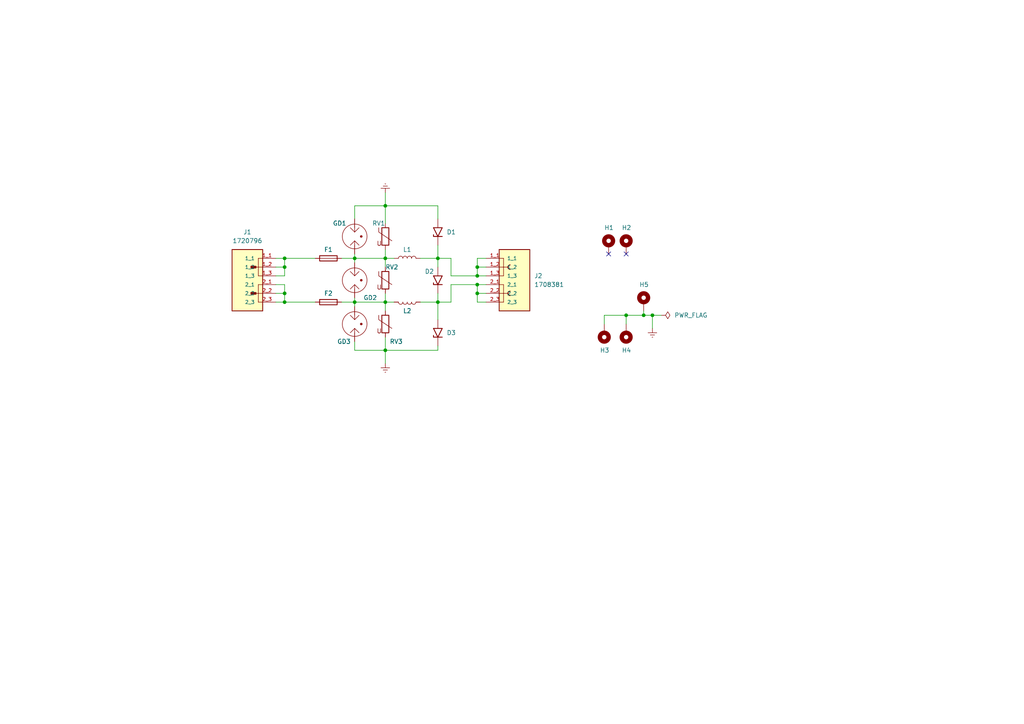
<source format=kicad_sch>
(kicad_sch (version 20211123) (generator eeschema)
  (paper "A4")
  (lib_symbols
    (symbol "1708381:1708381" (pin_names (offset 1.016))
      (property "Reference" "J" (at -5.08 8.382 0))
      (property "Value" "1708381" (at -5.08 -12.7 0))
      (symbol "1708381_0_0"
        (rectangle (start -5.08 -10.16) (end 3.81 7.62) (stroke (width 0.254)) (fill (type background)))
        (polyline (pts (xy 2.54 -5.08) (xy 1.27 -5.08)) (stroke (width 0.1524)))
        (polyline (pts (xy 2.54 -5.08) (xy 2.54 -7.62)) (stroke (width 0.1524)))
        (polyline (pts (xy 2.54 -2.54) (xy 2.54 -5.08)) (stroke (width 0.1524)))
        (polyline (pts (xy 2.54 2.54) (xy 1.27 2.54)) (stroke (width 0.1524)))
        (polyline (pts (xy 2.54 2.54) (xy 2.54 0)) (stroke (width 0.1524)))
        (polyline (pts (xy 2.54 5.08) (xy 2.54 2.54)) (stroke (width 0.1524)))
        (arc (start 0.635 -5.715) (mid 1.084 -5.529) (end 1.27 -5.08) (stroke (width 0.254)))
        (arc (start 0.635 1.905) (mid 1.084 2.091) (end 1.27 2.54) (stroke (width 0.254)))
        (arc (start 1.27 -5.08) (mid 1.084 -4.631) (end 0.635 -4.445) (stroke (width 0.254)))
        (arc (start 1.27 2.54) (mid 1.084 2.989) (end 0.635 3.175) (stroke (width 0.254)))
        (pin passive line (at 7.62 5.08 180) (length 5.08) (name "1_1") (number "1_1"))
        (pin passive line (at 7.62 2.54 180) (length 5.08) (name "1_2") (number "1_2"))
        (pin passive line (at 7.62 0 180) (length 5.08) (name "1_3") (number "1_3"))
        (pin passive line (at 7.62 -2.54 180) (length 5.08) (name "2_1") (number "2_1"))
        (pin passive line (at 7.62 -5.08 180) (length 5.08) (name "2_2") (number "2_2"))
        (pin passive line (at 7.62 -7.62 180) (length 5.08) (name "2_3") (number "2_3"))
      )
    )
    (symbol "1720796:1720796" (pin_names (offset 1.016))
      (property "Reference" "J" (at -2.54 8.382 0))
      (property "Value" "1720796" (at -2.54 -12.7 0))
      (symbol "1720796_0_0"
        (rectangle (start -3.81 -10.16) (end 5.08 7.62) (stroke (width 0.254)) (fill (type background)))
        (rectangle (start -1.905 -5.3975) (end -0.3175 -4.7625) (stroke (width 0.1)) (fill (type outline)))
        (rectangle (start -1.905 2.2225) (end -0.3175 2.8575) (stroke (width 0.1)) (fill (type outline)))
        (polyline (pts (xy -2.54 -5.08) (xy -2.54 -7.62)) (stroke (width 0.1524)))
        (polyline (pts (xy -2.54 -5.08) (xy -1.27 -5.08)) (stroke (width 0.1524)))
        (polyline (pts (xy -2.54 -2.54) (xy -2.54 -5.08)) (stroke (width 0.1524)))
        (polyline (pts (xy -2.54 2.54) (xy -2.54 0)) (stroke (width 0.1524)))
        (polyline (pts (xy -2.54 2.54) (xy -1.27 2.54)) (stroke (width 0.1524)))
        (polyline (pts (xy -2.54 5.08) (xy -2.54 2.54)) (stroke (width 0.1524)))
        (pin passive line (at -7.62 5.08 0) (length 5.08) (name "1_1") (number "1_1"))
        (pin passive line (at -7.62 2.54 0) (length 5.08) (name "1_2") (number "1_2"))
        (pin passive line (at -7.62 0 0) (length 5.08) (name "1_3") (number "1_3"))
        (pin passive line (at -7.62 -2.54 0) (length 5.08) (name "2_1") (number "2_1"))
        (pin passive line (at -7.62 -5.08 0) (length 5.08) (name "2_2") (number "2_2"))
        (pin passive line (at -7.62 -7.62 0) (length 5.08) (name "2_3") (number "2_3"))
      )
    )
    (symbol "Device:Fuse" (pin_numbers hide) (pin_names (offset 0))
      (property "Reference" "F" (at 2.032 0 90))
      (property "Value" "Fuse" (at -1.905 0 90))
      (symbol "Fuse_0_1"
        (rectangle (start -0.762 -2.54) (end 0.762 2.54) (stroke (width 0.254)))
        (polyline (pts (xy 0 2.54) (xy 0 -2.54)))
      )
      (symbol "Fuse_1_1"
        (pin passive line (at 0 3.81 270) (length 1.27) (name "~") (number "1"))
        (pin passive line (at 0 -3.81 90) (length 1.27) (name "~") (number "2"))
      )
    )
    (symbol "Device:GDT_2Pin" (pin_numbers hide)
      (property "Reference" "GD" (at 5.08 0 90))
      (property "Value" "GDT_2Pin" (at 7.62 0 90))
      (symbol "GDT_2Pin_0_1"
        (polyline (pts (xy 0 -2.54) (xy 0 -1.27)))
        (polyline (pts (xy 0 -1.27) (xy -1.27 -2.54)))
        (polyline (pts (xy 0 -1.27) (xy 1.27 -2.54)))
        (polyline (pts (xy 0 1.27) (xy -1.27 2.54)))
        (polyline (pts (xy 0 1.27) (xy 1.27 2.54)))
        (polyline (pts (xy 0 2.54) (xy 0 1.27)))
        (circle (center 0 0) (radius 3.5814))
        (circle (center 1.905 0) (radius 0.127))
        (circle (center 1.905 0) (radius 0.127))
        (circle (center 1.905 0) (radius 0.2794))
        (circle (center 2.032 0) (radius 0.127))
      )
      (symbol "GDT_2Pin_1_1"
        (pin passive line (at 0 -5.08 90) (length 2.54) (name "~") (number "1"))
        (pin passive line (at 0 5.08 270) (length 2.54) (name "~") (number "3"))
      )
    )
    (symbol "Device:L" (pin_numbers hide) (pin_names (offset 1.016) hide)
      (property "Reference" "L" (at -1.27 0 90))
      (property "Value" "L" (at 1.905 0 90))
      (symbol "L_0_1"
        (arc (start 0 -2.54) (mid 0.635 -1.905) (end 0 -1.27))
        (arc (start 0 -1.27) (mid 0.635 -0.635) (end 0 0))
        (arc (start 0 0) (mid 0.635 0.635) (end 0 1.27))
        (arc (start 0 1.27) (mid 0.635 1.905) (end 0 2.54))
      )
      (symbol "L_1_1"
        (pin passive line (at 0 3.81 270) (length 1.27) (name "1") (number "1"))
        (pin passive line (at 0 -3.81 90) (length 1.27) (name "2") (number "2"))
      )
    )
    (symbol "Device:Varistor" (pin_numbers hide) (pin_names (offset 0))
      (property "Reference" "RV" (at 3.175 0 90))
      (property "Value" "Varistor" (at -3.175 0 90))
      (symbol "Varistor_0_0"
        (text "U" (at -1.778 -2.032 0) (effects (font (size 1.27 1.27))))
      )
      (symbol "Varistor_0_1"
        (rectangle (start -1.016 -2.54) (end 1.016 2.54) (stroke (width 0.254)))
        (polyline (pts (xy -1.905 2.54) (xy -1.905 1.27) (xy 1.905 -1.27)))
      )
      (symbol "Varistor_1_1"
        (pin passive line (at 0 3.81 270) (length 1.27) (name "~") (number "1"))
        (pin passive line (at 0 -3.81 90) (length 1.27) (name "~") (number "2"))
      )
    )
    (symbol "Diode:1.5KExxA" (pin_numbers hide) (pin_names (offset 1.016) hide)
      (property "Reference" "D" (at 0 2.54 0))
      (property "Value" "1.5KExxA" (at 0 -2.54 0))
      (symbol "1.5KExxA_0_1"
        (polyline (pts (xy -0.762 1.27) (xy -1.27 1.27) (xy -1.27 -1.27)) (stroke (width 0.254)))
        (polyline (pts (xy 1.27 1.27) (xy 1.27 -1.27) (xy -1.27 0) (xy 1.27 1.27)) (stroke (width 0.254)))
      )
      (symbol "1.5KExxA_1_1"
        (pin passive line (at -3.81 0 0) (length 2.54) (name "A1") (number "1"))
        (pin passive line (at 3.81 0 180) (length 2.54) (name "A2") (number "2"))
      )
    )
    (symbol "Mechanical:MountingHole_Pad" (pin_numbers hide) (pin_names (offset 1.016) hide)
      (property "Reference" "H" (at 0 6.35 0))
      (property "Value" "MountingHole_Pad" (at 0 4.445 0))
      (symbol "MountingHole_Pad_0_1"
        (circle (center 0 1.27) (radius 1.27) (stroke (width 1.27)))
      )
      (symbol "MountingHole_Pad_1_1"
        (pin input line (at 0 -2.54 90) (length 2.54) (name "1") (number "1"))
      )
    )
    (symbol "power:Earth" (power) (pin_names (offset 0))
      (symbol "Earth_0_1"
        (polyline (pts (xy -0.635 -1.905) (xy 0.635 -1.905)))
        (polyline (pts (xy -0.127 -2.54) (xy 0.127 -2.54)))
        (polyline (pts (xy 0 -1.27) (xy 0 0)))
        (polyline (pts (xy 1.27 -1.27) (xy -1.27 -1.27)))
      )
      (symbol "Earth_1_1"
        (pin power_in line (at 0 0 270) (length 0) hide (name "Earth") (number "1"))
      )
    )
    (symbol "power:PWR_FLAG" (power) (pin_numbers hide) (pin_names (offset 0) hide)
      (property "Value" "PWR_FLAG" (at 0 3.81 0))
      (symbol "PWR_FLAG_0_0"
        (pin power_out line (at 0 0 90) (length 0) (name "pwr") (number "1"))
      )
      (symbol "PWR_FLAG_0_1"
        (polyline (pts (xy 0 0) (xy 0 1.27) (xy -1.016 1.905) (xy 0 2.54) (xy 1.016 1.905) (xy 0 1.27)))
      )
    )
  )
  (junction (at 138.43 85.09))
  (junction (at 181.61 91.44))
  (junction (at 111.76 101.6))
  (junction (at 111.76 59.69))
  (junction (at 102.87 74.93))
  (junction (at 138.43 82.55))
  (junction (at 127 74.93))
  (junction (at 111.76 74.93))
  (junction (at 82.55 87.63))
  (junction (at 102.87 87.63))
  (junction (at 189.23 91.44))
  (junction (at 186.69 91.44))
  (junction (at 82.55 74.93))
  (junction (at 138.43 77.47))
  (junction (at 111.76 87.63))
  (junction (at 127 87.63))
  (junction (at 138.43 80.01))
  (junction (at 82.55 77.47))
  (junction (at 82.55 85.09))
  (no_connect (at 176.53 73.66))
  (no_connect (at 181.61 73.66))
  (wire (pts (xy 181.61 91.44) (xy 186.69 91.44)))
  (wire (pts (xy 111.76 101.6) (xy 111.76 105.41)))
  (wire (pts (xy 111.76 97.79) (xy 111.76 101.6)))
  (wire (pts (xy 138.43 77.47) (xy 138.43 80.01)))
  (wire (pts (xy 127 63.5) (xy 127 59.69)))
  (wire (pts (xy 82.55 77.47) (xy 82.55 80.01)))
  (wire (pts (xy 102.87 74.93) (xy 102.87 76.2)))
  (wire (pts (xy 102.87 86.36) (xy 102.87 87.63)))
  (wire (pts (xy 175.26 91.44) (xy 181.61 91.44)))
  (wire (pts (xy 127 87.63) (xy 127 92.71)))
  (wire (pts (xy 111.76 87.63) (xy 114.3 87.63)))
  (wire (pts (xy 127 74.93) (xy 127 77.47)))
  (wire (pts (xy 186.69 91.44) (xy 189.23 91.44)))
  (wire (pts (xy 181.61 91.44) (xy 181.61 93.98)))
  (wire (pts (xy 186.69 90.17) (xy 186.69 91.44)))
  (wire (pts (xy 140.97 82.55) (xy 138.43 82.55)))
  (wire (pts (xy 82.55 85.09) (xy 82.55 87.63)))
  (wire (pts (xy 111.76 101.6) (xy 127 101.6)))
  (wire (pts (xy 189.23 91.44) (xy 191.77 91.44)))
  (wire (pts (xy 130.81 82.55) (xy 130.81 87.63)))
  (wire (pts (xy 111.76 64.77) (xy 111.76 59.69)))
  (wire (pts (xy 102.87 59.69) (xy 111.76 59.69)))
  (wire (pts (xy 138.43 74.93) (xy 138.43 77.47)))
  (wire (pts (xy 102.87 101.6) (xy 111.76 101.6)))
  (wire (pts (xy 127 85.09) (xy 127 87.63)))
  (wire (pts (xy 102.87 87.63) (xy 102.87 88.9)))
  (wire (pts (xy 111.76 77.47) (xy 111.76 74.93)))
  (wire (pts (xy 127 74.93) (xy 130.81 74.93)))
  (wire (pts (xy 111.76 55.88) (xy 111.76 59.69)))
  (wire (pts (xy 102.87 99.06) (xy 102.87 101.6)))
  (wire (pts (xy 99.06 74.93) (xy 102.87 74.93)))
  (wire (pts (xy 121.92 87.63) (xy 127 87.63)))
  (wire (pts (xy 80.01 87.63) (xy 82.55 87.63)))
  (wire (pts (xy 127 87.63) (xy 130.81 87.63)))
  (wire (pts (xy 140.97 74.93) (xy 138.43 74.93)))
  (wire (pts (xy 80.01 85.09) (xy 82.55 85.09)))
  (wire (pts (xy 138.43 80.01) (xy 130.81 80.01)))
  (wire (pts (xy 82.55 74.93) (xy 91.44 74.93)))
  (wire (pts (xy 102.87 74.93) (xy 111.76 74.93)))
  (wire (pts (xy 175.26 91.44) (xy 175.26 93.98)))
  (wire (pts (xy 111.76 59.69) (xy 127 59.69)))
  (wire (pts (xy 102.87 87.63) (xy 111.76 87.63)))
  (wire (pts (xy 189.23 91.44) (xy 189.23 95.25)))
  (wire (pts (xy 138.43 77.47) (xy 140.97 77.47)))
  (wire (pts (xy 121.92 74.93) (xy 127 74.93)))
  (wire (pts (xy 111.76 74.93) (xy 114.3 74.93)))
  (wire (pts (xy 102.87 63.5) (xy 102.87 59.69)))
  (wire (pts (xy 80.01 77.47) (xy 82.55 77.47)))
  (wire (pts (xy 82.55 87.63) (xy 91.44 87.63)))
  (wire (pts (xy 138.43 85.09) (xy 138.43 82.55)))
  (wire (pts (xy 111.76 87.63) (xy 111.76 90.17)))
  (wire (pts (xy 111.76 85.09) (xy 111.76 87.63)))
  (wire (pts (xy 130.81 74.93) (xy 130.81 80.01)))
  (wire (pts (xy 127 100.33) (xy 127 101.6)))
  (wire (pts (xy 102.87 74.93) (xy 102.87 73.66)))
  (wire (pts (xy 127 71.12) (xy 127 74.93)))
  (wire (pts (xy 138.43 82.55) (xy 130.81 82.55)))
  (wire (pts (xy 111.76 72.39) (xy 111.76 74.93)))
  (wire (pts (xy 140.97 80.01) (xy 138.43 80.01)))
  (wire (pts (xy 138.43 87.63) (xy 138.43 85.09)))
  (wire (pts (xy 80.01 80.01) (xy 82.55 80.01)))
  (wire (pts (xy 82.55 74.93) (xy 82.55 77.47)))
  (wire (pts (xy 82.55 82.55) (xy 82.55 85.09)))
  (wire (pts (xy 140.97 87.63) (xy 138.43 87.63)))
  (wire (pts (xy 80.01 74.93) (xy 82.55 74.93)))
  (wire (pts (xy 138.43 85.09) (xy 140.97 85.09)))
  (wire (pts (xy 99.06 87.63) (xy 102.87 87.63)))
  (wire (pts (xy 80.01 82.55) (xy 82.55 82.55)))
  (symbol (lib_id "Mechanical:MountingHole_Pad") (at 181.61 96.52 180) (unit 1)
    (property "Reference" "H4" (at 180.34 101.6 0) (effects (justify right)))
    (property "Value" "MountingHole_Pad" (effects hide))
    (property "Footprint" "MountingHole:MountingHole_3mm_Pad_TopBottom" (effects hide))
  )
  (symbol (lib_id "Device:Fuse") (at 95.25 74.93 90) (unit 1)
    (property "Reference" "F1" (at 95.25 72.39 90))
    (property "Value" "Fuse" (effects hide))
    (property "Footprint" "Fuse:Fuseholder_Littelfuse_100_series_5x25mm" (effects hide))
  )
  (symbol (lib_id "Device:GDT_2Pin") (at 102.87 81.28 0) (unit 1)
    (property "Reference" "GD2" (at 105.41 86.36 0) (effects (justify left)))
    (property "Value" "	B88069X4760T902" (effects hide))
    (property "Footprint" "B88069X4760T902:MOV_B88069X4760T902" (effects hide))
    (property "Datasheet" "https://product.tdk.com/system/files/dam/doc/product/protection/voltage/arrester/data_sheet/100/ds/m51-c90xsmd-x4760t902.pdf" (effects hide))
  )
  (symbol (lib_id "Diode:1.5KExxA") (at 127 67.31 90) (unit 1)
    (property "Reference" "D1" (at 129.54 67.3099 90) (effects (justify right)))
    (property "Value" "5.0SMDJ75A" (effects hide))
    (property "Footprint" "5.0SMDJ75A:DIOM7959X262N" (effects hide))
    (property "Datasheet" "https://m.littelfuse.com/~/media/electronics/datasheets/tvs_diodes/littelfuse_tvs_diode_5_0smdj_datasheet.pdf.pdf" (effects hide))
  )
  (symbol (lib_id "Mechanical:MountingHole_Pad") (at 181.61 71.12 0) (unit 1)
    (property "Reference" "H2" (at 180.34 66.04 0) (effects (justify left)))
    (property "Value" "MountingHole_Pad" (effects hide))
    (property "Footprint" "MountingHole:MountingHole_3mm_Pad_TopBottom" (effects hide))
  )
  (symbol (lib_id "Device:Varistor") (at 111.76 93.98 0) (unit 1)
    (property "Reference" "RV3" (at 113.03 99.06 0) (effects (justify left)))
    (property "Value" "V100ZA15P" (effects hide))
    (property "Footprint" "V100ZA15P:VARRB750W81L1700T500H2250" (effects hide))
    (property "Datasheet" "https://m.littelfuse.com/media?resourcetype=datasheets&itemid=67eb757a-126c-4f75-9f64-051f5de9b097&filename=littelfuse-varistor-za-datasheet" (effects hide))
  )
  (symbol (lib_id "1720796:1720796") (at 72.39 80.01 0) (mirror y) (unit 1)
    (property "Reference" "J1" (at 71.755 67.31 0))
    (property "Value" "1720796" (at 71.755 69.85 0))
    (property "Footprint" "1720796:PHOENIX_1720796" (effects hide))
    (property "MF" "Phoenix Contact" (effects hide))
    (property "MAXIMUM_PACKAGE_HEIGHT" "14.44mm" (effects hide))
    (property "Package" "None" (effects hide))
    (property "Price" "None" (effects hide))
    (property "Check_prices" "https://www.snapeda.com/parts/1720796/Phoenix+Contact/view-part/?ref=eda" (effects hide))
    (property "STANDARD" "Manufacturer Recommendations" (effects hide))
    (property "PARTREV" "18.07.2018" (effects hide))
    (property "SnapEDA_Link" "https://www.snapeda.com/parts/1720796/Phoenix+Contact/view-part/?ref=snap" (effects hide))
    (property "MP" "1720796" (effects hide))
    (property "Purchase-URL" "https://www.snapeda.com/api/url_track_click_mouser/?unipart_id=4081149&manufacturer=Phoenix Contact&part_name=1720796&search_term=1720796" (effects hide))
    (property "Description" "\nPluggable Header 7.62mm 8AWG 630V 41A 2 Position COMBICON PC Series | Phoenix Contact 1720796\n" (effects hide))
    (property "Availability" "In Stock" (effects hide))
    (property "MANUFACTURER" "Phoenix Contact" (effects hide))
  )
  (symbol (lib_id "Device:GDT_2Pin") (at 102.87 93.98 0) (unit 1)
    (property "Reference" "GD3" (at 97.79 99.06 0) (effects (justify left)))
    (property "Value" "	B88069X4760T902" (effects hide))
    (property "Footprint" "B88069X4760T902:MOV_B88069X4760T902" (effects hide))
    (property "Datasheet" "https://product.tdk.com/system/files/dam/doc/product/protection/voltage/arrester/data_sheet/100/ds/m51-c90xsmd-x4760t902.pdf" (effects hide))
  )
  (symbol (lib_id "Diode:1.5KExxA") (at 127 81.28 90) (unit 1)
    (property "Reference" "D2" (at 123.19 78.74 90) (effects (justify right)))
    (property "Value" "5.0SMDJ75A" (effects hide))
    (property "Footprint" "5.0SMDJ75A:DIOM7959X262N" (effects hide))
    (property "Datasheet" "https://m.littelfuse.com/~/media/electronics/datasheets/tvs_diodes/littelfuse_tvs_diode_5_0smdj_datasheet.pdf.pdf" (effects hide))
  )
  (symbol (lib_id "Mechanical:MountingHole_Pad") (at 176.53 71.12 0) (unit 1)
    (property "Reference" "H1" (at 175.26 66.04 0) (effects (justify left)))
    (property "Value" "MountingHole_Pad" (effects hide))
    (property "Footprint" "MountingHole:MountingHole_3mm_Pad_TopBottom" (effects hide))
  )
  (symbol (lib_id "power:Earth") (at 111.76 105.41 0) (unit 1)
    (property "Reference" "#PWR0102" (effects hide))
    (property "Value" "Earth" (effects hide))
  )
  (symbol (lib_id "Device:GDT_2Pin") (at 102.87 68.58 0) (unit 1)
    (property "Reference" "GD1" (at 96.52 64.77 0) (effects (justify left)))
    (property "Value" "	B88069X4760T902" (effects hide))
    (property "Footprint" "B88069X4760T902:MOV_B88069X4760T902" (effects hide))
    (property "Datasheet" "https://product.tdk.com/system/files/dam/doc/product/protection/voltage/arrester/data_sheet/100/ds/m51-c90xsmd-x4760t902.pdf" (effects hide))
  )
  (symbol (lib_id "power:PWR_FLAG") (at 191.77 91.44 270) (unit 1)
    (property "Reference" "#FLG0101" (effects hide))
    (property "Value" "PWR_FLAG" (at 195.58 91.4399 90) (effects (justify left)))
  )
  (symbol (lib_id "Device:L") (at 118.11 74.93 90) (unit 1)
    (property "Reference" "L1" (at 118.11 72.39 90))
    (property "Value" "L" (effects hide))
    (property "Footprint" "PDU:EE16-SS-1" (effects hide))
  )
  (symbol (lib_id "Device:L") (at 118.11 87.63 90) (mirror x) (unit 1)
    (property "Reference" "L2" (at 118.11 90.17 90))
    (property "Value" "L" (effects hide))
    (property "Footprint" "PDU:EE16-SS-1" (effects hide))
  )
  (symbol (lib_id "Diode:1.5KExxA") (at 127 96.52 90) (unit 1)
    (property "Reference" "D3" (at 129.54 96.5199 90) (effects (justify right)))
    (property "Value" "5.0SMDJ75A" (effects hide))
    (property "Footprint" "5.0SMDJ75A:DIOM7959X262N" (effects hide))
    (property "Datasheet" "https://m.littelfuse.com/~/media/electronics/datasheets/tvs_diodes/littelfuse_tvs_diode_5_0smdj_datasheet.pdf.pdf" (effects hide))
  )
  (symbol (lib_id "Mechanical:MountingHole_Pad") (at 175.26 96.52 180) (unit 1)
    (property "Reference" "H3" (at 173.99 101.6 0) (effects (justify right)))
    (property "Value" "MountingHole_Pad" (effects hide))
    (property "Footprint" "MountingHole:MountingHole_3mm_Pad_TopBottom" (effects hide))
  )
  (symbol (lib_id "1708381:1708381") (at 148.59 80.01 0) (mirror y) (unit 1)
    (property "Reference" "J2" (at 154.94 80.0099 0) (effects (justify right)))
    (property "Value" "1708381" (at 154.94 82.5499 0) (effects (justify right)))
    (property "Footprint" "1708381:PHOENIX_1708381" (effects hide))
    (property "MF" "Phoenix Contact" (effects hide))
    (property "MAXIMUM_PACKAGE_HEIGHT" "12.95mm" (effects hide))
    (property "Package" "None" (effects hide))
    (property "Price" "None" (effects hide))
    (property "Check_prices" "https://www.snapeda.com/parts/1708381/Phoenix+Contact/view-part/?ref=eda" (effects hide))
    (property "STANDARD" "Manufacturer Recommendations" (effects hide))
    (property "PARTREV" "15.06.2015" (effects hide))
    (property "SnapEDA_Link" "https://www.snapeda.com/parts/1708381/Phoenix+Contact/view-part/?ref=snap" (effects hide))
    (property "MP" "1708381" (effects hide))
    (property "Purchase-URL" "https://www.snapeda.com/api/url_track_click_mouser/?unipart_id=6688011&manufacturer=Phoenix Contact&part_name=1708381&search_term=1708381" (effects hide))
    (property "Description" "\nPluggable Header 7.62mm 8AWG 630V 41A 2 Position Combicon Power Series | Phoenix Contact 1708381\n" (effects hide))
    (property "Availability" "In Stock" (effects hide))
    (property "MANUFACTURER" "Phoenix Contact" (effects hide))
  )
  (symbol (lib_id "power:Earth") (at 111.76 55.88 180) (unit 1)
    (property "Reference" "#PWR0101" (effects hide))
    (property "Value" "Earth" (effects hide))
  )
  (symbol (lib_id "Mechanical:MountingHole_Pad") (at 186.69 87.63 0) (unit 1)
    (property "Reference" "H5" (at 185.42 82.55 0) (effects (justify left)))
    (property "Value" "MountingHole_Pad" (effects hide))
    (property "Footprint" "MountingHole:MountingHole_3mm_Pad_TopBottom" (effects hide))
  )
  (symbol (lib_id "Device:Varistor") (at 111.76 81.28 0) (unit 1)
    (property "Reference" "RV2" (at 111.76 77.47 0) (effects (justify left)))
    (property "Value" "V100ZA15P" (effects hide))
    (property "Footprint" "V100ZA15P:VARRB750W81L1700T500H2250" (effects hide))
    (property "Datasheet" "https://m.littelfuse.com/media?resourcetype=datasheets&itemid=67eb757a-126c-4f75-9f64-051f5de9b097&filename=littelfuse-varistor-za-datasheet" (effects hide))
  )
  (symbol (lib_id "Device:Varistor") (at 111.76 68.58 0) (unit 1)
    (property "Reference" "RV1" (at 107.95 64.77 0) (effects (justify left)))
    (property "Value" "V100ZA15P" (effects hide))
    (property "Footprint" "V100ZA15P:VARRB750W81L1700T500H2250" (effects hide))
    (property "Datasheet" "https://m.littelfuse.com/media?resourcetype=datasheets&itemid=67eb757a-126c-4f75-9f64-051f5de9b097&filename=littelfuse-varistor-za-datasheet" (effects hide))
  )
  (symbol (lib_id "power:Earth") (at 189.23 95.25 0) (unit 1)
    (property "Reference" "#PWR0103" (effects hide))
    (property "Value" "Earth" (effects hide))
  )
  (symbol (lib_id "Device:Fuse") (at 95.25 87.63 90) (unit 1)
    (property "Reference" "F2" (at 95.25 85.09 90))
    (property "Value" "Fuse" (effects hide))
    (property "Footprint" "Fuse:Fuseholder_Littelfuse_100_series_5x25mm" (effects hide))
  )
)
</source>
